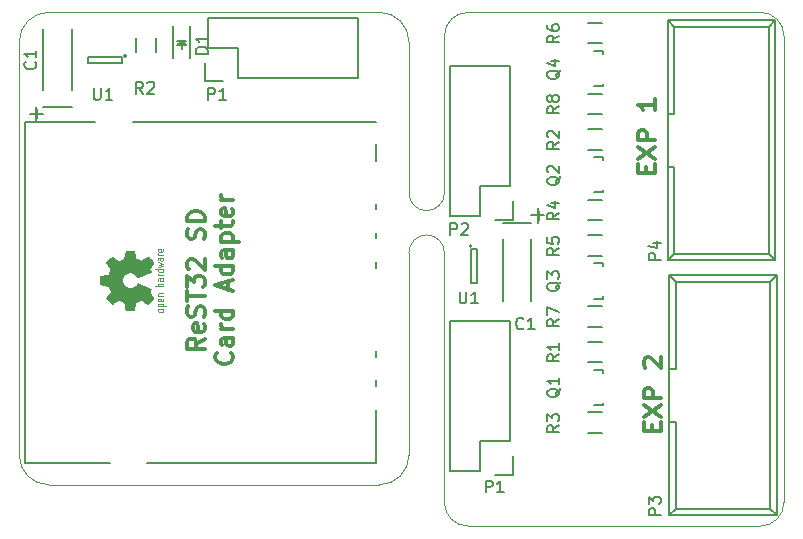
<source format=gto>
%TF.GenerationSoftware,KiCad,Pcbnew,4.0.2-stable*%
%TF.CreationDate,2016-07-29T00:42:35+02:00*%
%TF.ProjectId,combined,636F6D62696E65642E6B696361645F70,rev?*%
%TF.FileFunction,Legend,Top*%
%FSLAX46Y46*%
G04 Gerber Fmt 4.6, Leading zero omitted, Abs format (unit mm)*
G04 Created by KiCad (PCBNEW 4.0.2-stable) date 29.07.2016 00:42:35*
%MOMM*%
G01*
G04 APERTURE LIST*
%ADD10C,0.100000*%
%ADD11C,0.010000*%
%ADD12C,0.300000*%
%ADD13C,0.150000*%
%ADD14C,0.075000*%
%ADD15C,0.002540*%
G04 APERTURE END LIST*
D10*
D11*
X112250000Y-106000000D02*
X112250000Y-119300000D01*
X139000000Y-104000000D02*
X114250000Y-104000000D01*
X141000000Y-145500000D02*
X141000000Y-106000000D01*
X114250000Y-147500000D02*
X139000000Y-147500000D01*
X112250000Y-124350000D02*
X112250000Y-145500000D01*
X112250000Y-145500000D02*
G75*
G03X114250000Y-147500000I2000000J0D01*
G01*
X139000000Y-147500000D02*
G75*
G03X141000000Y-145500000I0J2000000D01*
G01*
X141000000Y-106000000D02*
G75*
G03X139000000Y-104000000I-2000000J0D01*
G01*
X114250000Y-104000000D02*
G75*
G03X112250000Y-106000000I0J-2000000D01*
G01*
X109250000Y-106500000D02*
X109250000Y-119300000D01*
X109250000Y-141500000D02*
X109250000Y-124350000D01*
X110750000Y-122850000D02*
G75*
G03X109250000Y-124350000I0J-1500000D01*
G01*
X112250000Y-124350000D02*
G75*
G03X110750000Y-122850000I-1500000J0D01*
G01*
X110750000Y-120800000D02*
G75*
G03X112250000Y-119300000I0J1500000D01*
G01*
X109250000Y-119300000D02*
G75*
G03X110750000Y-120800000I1500000J0D01*
G01*
D12*
X129836857Y-139439428D02*
X129836857Y-138939428D01*
X130622571Y-138725142D02*
X130622571Y-139439428D01*
X129122571Y-139439428D01*
X129122571Y-138725142D01*
X129122571Y-138225142D02*
X130622571Y-137225142D01*
X129122571Y-137225142D02*
X130622571Y-138225142D01*
X130622571Y-136653714D02*
X129122571Y-136653714D01*
X129122571Y-136082286D01*
X129194000Y-135939428D01*
X129265429Y-135868000D01*
X129408286Y-135796571D01*
X129622571Y-135796571D01*
X129765429Y-135868000D01*
X129836857Y-135939428D01*
X129908286Y-136082286D01*
X129908286Y-136653714D01*
X129265429Y-134082286D02*
X129194000Y-134010857D01*
X129122571Y-133868000D01*
X129122571Y-133510857D01*
X129194000Y-133368000D01*
X129265429Y-133296571D01*
X129408286Y-133225143D01*
X129551143Y-133225143D01*
X129765429Y-133296571D01*
X130622571Y-134153714D01*
X130622571Y-133225143D01*
X129328857Y-117595428D02*
X129328857Y-117095428D01*
X130114571Y-116881142D02*
X130114571Y-117595428D01*
X128614571Y-117595428D01*
X128614571Y-116881142D01*
X128614571Y-116381142D02*
X130114571Y-115381142D01*
X128614571Y-115381142D02*
X130114571Y-116381142D01*
X130114571Y-114809714D02*
X128614571Y-114809714D01*
X128614571Y-114238286D01*
X128686000Y-114095428D01*
X128757429Y-114024000D01*
X128900286Y-113952571D01*
X129114571Y-113952571D01*
X129257429Y-114024000D01*
X129328857Y-114095428D01*
X129400286Y-114238286D01*
X129400286Y-114809714D01*
X130114571Y-111381143D02*
X130114571Y-112238286D01*
X130114571Y-111809714D02*
X128614571Y-111809714D01*
X128828857Y-111952571D01*
X128971714Y-112095429D01*
X129043143Y-112238286D01*
X91958571Y-131622570D02*
X91244286Y-132122570D01*
X91958571Y-132479713D02*
X90458571Y-132479713D01*
X90458571Y-131908285D01*
X90530000Y-131765427D01*
X90601429Y-131693999D01*
X90744286Y-131622570D01*
X90958571Y-131622570D01*
X91101429Y-131693999D01*
X91172857Y-131765427D01*
X91244286Y-131908285D01*
X91244286Y-132479713D01*
X91887143Y-130408285D02*
X91958571Y-130551142D01*
X91958571Y-130836856D01*
X91887143Y-130979713D01*
X91744286Y-131051142D01*
X91172857Y-131051142D01*
X91030000Y-130979713D01*
X90958571Y-130836856D01*
X90958571Y-130551142D01*
X91030000Y-130408285D01*
X91172857Y-130336856D01*
X91315714Y-130336856D01*
X91458571Y-131051142D01*
X91887143Y-129765428D02*
X91958571Y-129551142D01*
X91958571Y-129193999D01*
X91887143Y-129051142D01*
X91815714Y-128979713D01*
X91672857Y-128908285D01*
X91530000Y-128908285D01*
X91387143Y-128979713D01*
X91315714Y-129051142D01*
X91244286Y-129193999D01*
X91172857Y-129479713D01*
X91101429Y-129622571D01*
X91030000Y-129693999D01*
X90887143Y-129765428D01*
X90744286Y-129765428D01*
X90601429Y-129693999D01*
X90530000Y-129622571D01*
X90458571Y-129479713D01*
X90458571Y-129122571D01*
X90530000Y-128908285D01*
X90458571Y-128479714D02*
X90458571Y-127622571D01*
X91958571Y-128051142D02*
X90458571Y-128051142D01*
X90458571Y-127265428D02*
X90458571Y-126336857D01*
X91030000Y-126836857D01*
X91030000Y-126622571D01*
X91101429Y-126479714D01*
X91172857Y-126408285D01*
X91315714Y-126336857D01*
X91672857Y-126336857D01*
X91815714Y-126408285D01*
X91887143Y-126479714D01*
X91958571Y-126622571D01*
X91958571Y-127051143D01*
X91887143Y-127194000D01*
X91815714Y-127265428D01*
X90601429Y-125765429D02*
X90530000Y-125694000D01*
X90458571Y-125551143D01*
X90458571Y-125194000D01*
X90530000Y-125051143D01*
X90601429Y-124979714D01*
X90744286Y-124908286D01*
X90887143Y-124908286D01*
X91101429Y-124979714D01*
X91958571Y-125836857D01*
X91958571Y-124908286D01*
X91887143Y-123194001D02*
X91958571Y-122979715D01*
X91958571Y-122622572D01*
X91887143Y-122479715D01*
X91815714Y-122408286D01*
X91672857Y-122336858D01*
X91530000Y-122336858D01*
X91387143Y-122408286D01*
X91315714Y-122479715D01*
X91244286Y-122622572D01*
X91172857Y-122908286D01*
X91101429Y-123051144D01*
X91030000Y-123122572D01*
X90887143Y-123194001D01*
X90744286Y-123194001D01*
X90601429Y-123122572D01*
X90530000Y-123051144D01*
X90458571Y-122908286D01*
X90458571Y-122551144D01*
X90530000Y-122336858D01*
X91958571Y-121694001D02*
X90458571Y-121694001D01*
X90458571Y-121336858D01*
X90530000Y-121122573D01*
X90672857Y-120979715D01*
X90815714Y-120908287D01*
X91101429Y-120836858D01*
X91315714Y-120836858D01*
X91601429Y-120908287D01*
X91744286Y-120979715D01*
X91887143Y-121122573D01*
X91958571Y-121336858D01*
X91958571Y-121694001D01*
X94215714Y-132836856D02*
X94287143Y-132908285D01*
X94358571Y-133122571D01*
X94358571Y-133265428D01*
X94287143Y-133479713D01*
X94144286Y-133622571D01*
X94001429Y-133693999D01*
X93715714Y-133765428D01*
X93501429Y-133765428D01*
X93215714Y-133693999D01*
X93072857Y-133622571D01*
X92930000Y-133479713D01*
X92858571Y-133265428D01*
X92858571Y-133122571D01*
X92930000Y-132908285D01*
X93001429Y-132836856D01*
X94358571Y-131551142D02*
X93572857Y-131551142D01*
X93430000Y-131622571D01*
X93358571Y-131765428D01*
X93358571Y-132051142D01*
X93430000Y-132193999D01*
X94287143Y-131551142D02*
X94358571Y-131693999D01*
X94358571Y-132051142D01*
X94287143Y-132193999D01*
X94144286Y-132265428D01*
X94001429Y-132265428D01*
X93858571Y-132193999D01*
X93787143Y-132051142D01*
X93787143Y-131693999D01*
X93715714Y-131551142D01*
X94358571Y-130836856D02*
X93358571Y-130836856D01*
X93644286Y-130836856D02*
X93501429Y-130765428D01*
X93430000Y-130693999D01*
X93358571Y-130551142D01*
X93358571Y-130408285D01*
X94358571Y-129265428D02*
X92858571Y-129265428D01*
X94287143Y-129265428D02*
X94358571Y-129408285D01*
X94358571Y-129693999D01*
X94287143Y-129836857D01*
X94215714Y-129908285D01*
X94072857Y-129979714D01*
X93644286Y-129979714D01*
X93501429Y-129908285D01*
X93430000Y-129836857D01*
X93358571Y-129693999D01*
X93358571Y-129408285D01*
X93430000Y-129265428D01*
X93930000Y-127479714D02*
X93930000Y-126765428D01*
X94358571Y-127622571D02*
X92858571Y-127122571D01*
X94358571Y-126622571D01*
X94358571Y-125479714D02*
X92858571Y-125479714D01*
X94287143Y-125479714D02*
X94358571Y-125622571D01*
X94358571Y-125908285D01*
X94287143Y-126051143D01*
X94215714Y-126122571D01*
X94072857Y-126194000D01*
X93644286Y-126194000D01*
X93501429Y-126122571D01*
X93430000Y-126051143D01*
X93358571Y-125908285D01*
X93358571Y-125622571D01*
X93430000Y-125479714D01*
X94358571Y-124122571D02*
X93572857Y-124122571D01*
X93430000Y-124194000D01*
X93358571Y-124336857D01*
X93358571Y-124622571D01*
X93430000Y-124765428D01*
X94287143Y-124122571D02*
X94358571Y-124265428D01*
X94358571Y-124622571D01*
X94287143Y-124765428D01*
X94144286Y-124836857D01*
X94001429Y-124836857D01*
X93858571Y-124765428D01*
X93787143Y-124622571D01*
X93787143Y-124265428D01*
X93715714Y-124122571D01*
X93358571Y-123408285D02*
X94858571Y-123408285D01*
X93430000Y-123408285D02*
X93358571Y-123265428D01*
X93358571Y-122979714D01*
X93430000Y-122836857D01*
X93501429Y-122765428D01*
X93644286Y-122693999D01*
X94072857Y-122693999D01*
X94215714Y-122765428D01*
X94287143Y-122836857D01*
X94358571Y-122979714D01*
X94358571Y-123265428D01*
X94287143Y-123408285D01*
X93358571Y-122265428D02*
X93358571Y-121693999D01*
X92858571Y-122051142D02*
X94144286Y-122051142D01*
X94287143Y-121979714D01*
X94358571Y-121836856D01*
X94358571Y-121693999D01*
X94287143Y-120622571D02*
X94358571Y-120765428D01*
X94358571Y-121051142D01*
X94287143Y-121193999D01*
X94144286Y-121265428D01*
X93572857Y-121265428D01*
X93430000Y-121193999D01*
X93358571Y-121051142D01*
X93358571Y-120765428D01*
X93430000Y-120622571D01*
X93572857Y-120551142D01*
X93715714Y-120551142D01*
X93858571Y-121265428D01*
X94358571Y-119908285D02*
X93358571Y-119908285D01*
X93644286Y-119908285D02*
X93501429Y-119836857D01*
X93430000Y-119765428D01*
X93358571Y-119622571D01*
X93358571Y-119479714D01*
D11*
X78750000Y-104000000D02*
X106750000Y-104000000D01*
X76250000Y-141500000D02*
X76250000Y-106500000D01*
X106750000Y-144000000D02*
X78750000Y-144000000D01*
X76250000Y-141500000D02*
G75*
G03X78750000Y-144000000I2500000J0D01*
G01*
X106750000Y-144000000D02*
G75*
G03X109250000Y-141500000I0J2500000D01*
G01*
X109250000Y-106500000D02*
G75*
G03X106750000Y-104000000I-2500000J0D01*
G01*
X78750000Y-104000000D02*
G75*
G03X76250000Y-106500000I0J-2500000D01*
G01*
D13*
X140280000Y-104670000D02*
X140280000Y-124990000D01*
X139730000Y-105210000D02*
X139730000Y-124430000D01*
X131180000Y-104670000D02*
X131180000Y-124990000D01*
X131730000Y-105210000D02*
X131730000Y-112580000D01*
X131730000Y-117080000D02*
X131730000Y-124430000D01*
X131730000Y-112580000D02*
X131180000Y-112580000D01*
X131730000Y-117080000D02*
X131180000Y-117080000D01*
X140280000Y-104670000D02*
X131180000Y-104670000D01*
X139730000Y-105210000D02*
X131730000Y-105210000D01*
X140280000Y-124990000D02*
X131180000Y-124990000D01*
X139730000Y-124430000D02*
X131730000Y-124430000D01*
X140280000Y-104670000D02*
X139730000Y-105210000D01*
X140280000Y-124990000D02*
X139730000Y-124430000D01*
X131180000Y-104670000D02*
X131730000Y-105210000D01*
X131180000Y-124990000D02*
X131730000Y-124430000D01*
X117201120Y-123200060D02*
X117201120Y-128401980D01*
X119598880Y-128401980D02*
X119598880Y-123200060D01*
X120698700Y-121201080D02*
X119598880Y-121201080D01*
X120198320Y-120601640D02*
X120198320Y-121800520D01*
X119598880Y-121805600D02*
X117201120Y-121805600D01*
X140380000Y-126270000D02*
X140380000Y-146590000D01*
X139830000Y-126810000D02*
X139830000Y-146030000D01*
X131280000Y-126270000D02*
X131280000Y-146590000D01*
X131830000Y-126810000D02*
X131830000Y-134180000D01*
X131830000Y-138680000D02*
X131830000Y-146030000D01*
X131830000Y-134180000D02*
X131280000Y-134180000D01*
X131830000Y-138680000D02*
X131280000Y-138680000D01*
X140380000Y-126270000D02*
X131280000Y-126270000D01*
X139830000Y-126810000D02*
X131830000Y-126810000D01*
X140380000Y-146590000D02*
X131280000Y-146590000D01*
X139830000Y-146030000D02*
X131830000Y-146030000D01*
X140380000Y-126270000D02*
X139830000Y-126810000D01*
X140380000Y-146590000D02*
X139830000Y-146030000D01*
X131280000Y-126270000D02*
X131830000Y-126810000D01*
X131280000Y-146590000D02*
X131830000Y-146030000D01*
X124949200Y-134250180D02*
X125650240Y-134250180D01*
X125650240Y-134250180D02*
X125650240Y-134499100D01*
X125650240Y-137049160D02*
X125650240Y-137249820D01*
X125650240Y-137249820D02*
X124949200Y-137249820D01*
X124949200Y-116250180D02*
X125650240Y-116250180D01*
X125650240Y-116250180D02*
X125650240Y-116499100D01*
X125650240Y-119049160D02*
X125650240Y-119249820D01*
X125650240Y-119249820D02*
X124949200Y-119249820D01*
X124949200Y-125250180D02*
X125650240Y-125250180D01*
X125650240Y-125250180D02*
X125650240Y-125499100D01*
X125650240Y-128049160D02*
X125650240Y-128249820D01*
X125650240Y-128249820D02*
X124949200Y-128249820D01*
X124949200Y-107250180D02*
X125650240Y-107250180D01*
X125650240Y-107250180D02*
X125650240Y-107499100D01*
X125650240Y-110049160D02*
X125650240Y-110249820D01*
X125650240Y-110249820D02*
X124949200Y-110249820D01*
X124400000Y-131875000D02*
X125600000Y-131875000D01*
X125600000Y-133625000D02*
X124400000Y-133625000D01*
X124400000Y-113875000D02*
X125600000Y-113875000D01*
X125600000Y-115625000D02*
X124400000Y-115625000D01*
X124400000Y-137875000D02*
X125600000Y-137875000D01*
X125600000Y-139625000D02*
X124400000Y-139625000D01*
X124400000Y-119875000D02*
X125600000Y-119875000D01*
X125600000Y-121625000D02*
X124400000Y-121625000D01*
X124400000Y-122875000D02*
X125600000Y-122875000D01*
X125600000Y-124625000D02*
X124400000Y-124625000D01*
X124400000Y-104875000D02*
X125600000Y-104875000D01*
X125600000Y-106625000D02*
X124400000Y-106625000D01*
X124400000Y-128875000D02*
X125600000Y-128875000D01*
X125600000Y-130625000D02*
X124400000Y-130625000D01*
X124400000Y-110875000D02*
X125600000Y-110875000D01*
X125600000Y-112625000D02*
X124400000Y-112625000D01*
X114550000Y-123800000D02*
G75*
G03X114550000Y-123800000I-100000J0D01*
G01*
X115000000Y-124050000D02*
X114500000Y-124050000D01*
X115000000Y-126950000D02*
X115000000Y-124050000D01*
X114500000Y-126950000D02*
X115000000Y-126950000D01*
X114500000Y-124050000D02*
X114500000Y-126950000D01*
X112690000Y-142870000D02*
X112690000Y-130170000D01*
X112690000Y-130170000D02*
X117770000Y-130170000D01*
X117770000Y-130170000D02*
X117770000Y-140330000D01*
X112690000Y-142870000D02*
X115230000Y-142870000D01*
X116500000Y-143150000D02*
X118050000Y-143150000D01*
X115230000Y-142870000D02*
X115230000Y-140330000D01*
X115230000Y-140330000D02*
X117770000Y-140330000D01*
X118050000Y-143150000D02*
X118050000Y-141600000D01*
X112690000Y-121270000D02*
X112690000Y-108570000D01*
X112690000Y-108570000D02*
X117770000Y-108570000D01*
X117770000Y-108570000D02*
X117770000Y-118730000D01*
X112690000Y-121270000D02*
X115230000Y-121270000D01*
X116500000Y-121550000D02*
X118050000Y-121550000D01*
X115230000Y-121270000D02*
X115230000Y-118730000D01*
X115230000Y-118730000D02*
X117770000Y-118730000D01*
X118050000Y-121550000D02*
X118050000Y-120000000D01*
X80698880Y-110600960D02*
X80698880Y-105399040D01*
X78301120Y-105399040D02*
X78301120Y-110600960D01*
X77201300Y-112599940D02*
X78301120Y-112599940D01*
X77701680Y-113199380D02*
X77701680Y-112000500D01*
X78301120Y-111995420D02*
X80698880Y-111995420D01*
X106500000Y-135150000D02*
X106500000Y-135650000D01*
X106500000Y-132650000D02*
X106500000Y-133150000D01*
X106500000Y-125150000D02*
X106500000Y-125650000D01*
X106500000Y-122650000D02*
X106500000Y-123150000D01*
X106500000Y-120250000D02*
X106500000Y-120650000D01*
X106500000Y-115150000D02*
X106500000Y-116550000D01*
X85900000Y-113250000D02*
X106500000Y-113250000D01*
X87100000Y-142150000D02*
X106500000Y-142150000D01*
X106500000Y-142150000D02*
X106500000Y-137650000D01*
X76700000Y-142150000D02*
X76700000Y-113250000D01*
X76700000Y-113250000D02*
X82700000Y-113250000D01*
X76700000Y-142150000D02*
X83900000Y-142150000D01*
X92230000Y-104440000D02*
X104930000Y-104440000D01*
X104930000Y-104440000D02*
X104930000Y-109520000D01*
X104930000Y-109520000D02*
X94770000Y-109520000D01*
X92230000Y-104440000D02*
X92230000Y-106980000D01*
X91950000Y-108250000D02*
X91950000Y-109800000D01*
X92230000Y-106980000D02*
X94770000Y-106980000D01*
X94770000Y-106980000D02*
X94770000Y-109520000D01*
X91950000Y-109800000D02*
X93500000Y-109800000D01*
X86125000Y-107350000D02*
X86125000Y-106150000D01*
X87875000Y-106150000D02*
X87875000Y-107350000D01*
X85300000Y-107700000D02*
G75*
G03X85300000Y-107700000I-100000J0D01*
G01*
X84950000Y-108250000D02*
X84950000Y-107750000D01*
X82050000Y-108250000D02*
X84950000Y-108250000D01*
X82050000Y-107750000D02*
X82050000Y-108250000D01*
X84950000Y-107750000D02*
X82050000Y-107750000D01*
D14*
X87988000Y-124534000D02*
X88448000Y-124534000D01*
X87988000Y-124444000D02*
X87988000Y-124394000D01*
X88018000Y-124494000D02*
X87988000Y-124444000D01*
X88038000Y-124514000D02*
X88018000Y-124494000D01*
X88108000Y-124534000D02*
X88038000Y-124514000D01*
X88448000Y-124094000D02*
X88418000Y-124044000D01*
X88448000Y-124194000D02*
X88448000Y-124094000D01*
X88418000Y-124234000D02*
X88448000Y-124194000D01*
X88348000Y-124254000D02*
X88418000Y-124234000D01*
X88078000Y-124254000D02*
X88348000Y-124254000D01*
X88018000Y-124224000D02*
X88078000Y-124254000D01*
X87988000Y-124184000D02*
X88018000Y-124224000D01*
X87988000Y-124084000D02*
X87988000Y-124184000D01*
X88028000Y-124044000D02*
X87988000Y-124084000D01*
X88098000Y-124024000D02*
X88028000Y-124044000D01*
X88218000Y-124024000D02*
X88098000Y-124024000D01*
X88218000Y-124024000D02*
X88218000Y-124254000D01*
X88078000Y-124774000D02*
X88448000Y-124774000D01*
X88018000Y-124804000D02*
X88078000Y-124774000D01*
X87988000Y-124844000D02*
X88018000Y-124804000D01*
X87988000Y-124944000D02*
X87988000Y-124844000D01*
X88018000Y-124994000D02*
X87988000Y-124944000D01*
X88178000Y-124934000D02*
X88208000Y-124984000D01*
X88178000Y-124814000D02*
X88178000Y-124934000D01*
X88148000Y-124774000D02*
X88178000Y-124814000D01*
X88448000Y-124824000D02*
X88408000Y-124774000D01*
X88448000Y-124944000D02*
X88448000Y-124824000D01*
X88408000Y-124994000D02*
X88448000Y-124944000D01*
X88348000Y-125014000D02*
X88408000Y-124994000D01*
X88278000Y-125014000D02*
X88348000Y-125014000D01*
X88208000Y-124984000D02*
X88278000Y-125014000D01*
X87988000Y-125564000D02*
X88448000Y-125464000D01*
X88448000Y-125464000D02*
X88108000Y-125374000D01*
X88108000Y-125374000D02*
X88448000Y-125274000D01*
X88448000Y-125274000D02*
X87988000Y-125174000D01*
X88418000Y-125754000D02*
X88448000Y-125794000D01*
X88448000Y-125794000D02*
X88448000Y-125904000D01*
X88448000Y-125904000D02*
X88418000Y-125944000D01*
X88418000Y-125944000D02*
X88388000Y-125964000D01*
X88388000Y-125964000D02*
X88318000Y-125994000D01*
X88318000Y-125994000D02*
X88118000Y-125994000D01*
X88118000Y-125994000D02*
X88048000Y-125964000D01*
X88048000Y-125964000D02*
X88018000Y-125944000D01*
X88018000Y-125944000D02*
X87978000Y-125884000D01*
X87978000Y-125884000D02*
X87978000Y-125814000D01*
X87978000Y-125814000D02*
X88018000Y-125754000D01*
X87748000Y-125754000D02*
X88448000Y-125754000D01*
X88108000Y-126274000D02*
X88038000Y-126254000D01*
X88038000Y-126254000D02*
X88018000Y-126234000D01*
X88018000Y-126234000D02*
X87988000Y-126184000D01*
X87988000Y-126184000D02*
X87988000Y-126134000D01*
X87988000Y-126274000D02*
X88448000Y-126274000D01*
X88208000Y-126724000D02*
X88278000Y-126754000D01*
X88278000Y-126754000D02*
X88348000Y-126754000D01*
X88348000Y-126754000D02*
X88408000Y-126734000D01*
X88408000Y-126734000D02*
X88448000Y-126684000D01*
X88448000Y-126684000D02*
X88448000Y-126564000D01*
X88448000Y-126564000D02*
X88408000Y-126514000D01*
X88148000Y-126514000D02*
X88178000Y-126554000D01*
X88178000Y-126554000D02*
X88178000Y-126674000D01*
X88178000Y-126674000D02*
X88208000Y-126724000D01*
X88018000Y-126734000D02*
X87988000Y-126684000D01*
X87988000Y-126684000D02*
X87988000Y-126584000D01*
X87988000Y-126584000D02*
X88018000Y-126544000D01*
X88018000Y-126544000D02*
X88078000Y-126514000D01*
X88078000Y-126514000D02*
X88448000Y-126514000D01*
X88058000Y-127184000D02*
X88018000Y-127164000D01*
X88018000Y-127164000D02*
X87988000Y-127114000D01*
X87988000Y-127114000D02*
X87988000Y-127034000D01*
X87988000Y-127034000D02*
X88018000Y-126994000D01*
X88018000Y-126994000D02*
X88078000Y-126974000D01*
X88078000Y-126974000D02*
X88448000Y-126974000D01*
X87748000Y-127184000D02*
X88448000Y-127184000D01*
X88218000Y-128234000D02*
X88218000Y-128464000D01*
X88048000Y-128014000D02*
X88018000Y-127994000D01*
X88018000Y-127994000D02*
X87988000Y-127954000D01*
X87988000Y-127954000D02*
X87988000Y-127864000D01*
X87988000Y-127864000D02*
X88018000Y-127824000D01*
X88018000Y-127824000D02*
X88078000Y-127804000D01*
X88078000Y-127804000D02*
X88448000Y-127804000D01*
X87988000Y-128014000D02*
X88448000Y-128014000D01*
X88218000Y-128234000D02*
X88098000Y-128234000D01*
X88098000Y-128234000D02*
X88028000Y-128254000D01*
X88028000Y-128254000D02*
X87988000Y-128294000D01*
X87988000Y-128294000D02*
X87988000Y-128394000D01*
X87988000Y-128394000D02*
X88018000Y-128434000D01*
X88018000Y-128434000D02*
X88078000Y-128464000D01*
X88078000Y-128464000D02*
X88348000Y-128464000D01*
X88348000Y-128464000D02*
X88418000Y-128444000D01*
X88418000Y-128444000D02*
X88448000Y-128404000D01*
X88448000Y-128404000D02*
X88448000Y-128304000D01*
X88448000Y-128304000D02*
X88418000Y-128254000D01*
X88018000Y-128894000D02*
X87988000Y-128854000D01*
X87988000Y-128854000D02*
X87988000Y-128754000D01*
X87988000Y-128754000D02*
X88018000Y-128714000D01*
X88018000Y-128714000D02*
X88048000Y-128684000D01*
X88048000Y-128684000D02*
X88108000Y-128664000D01*
X88108000Y-128664000D02*
X88328000Y-128664000D01*
X88328000Y-128664000D02*
X88388000Y-128684000D01*
X88388000Y-128684000D02*
X88418000Y-128704000D01*
X88418000Y-128704000D02*
X88448000Y-128744000D01*
X88448000Y-128744000D02*
X88448000Y-128844000D01*
X88448000Y-128844000D02*
X88418000Y-128894000D01*
X88688000Y-128894000D02*
X87988000Y-128894000D01*
X87988000Y-129204000D02*
X87988000Y-129284000D01*
X87988000Y-129284000D02*
X88018000Y-129324000D01*
X88018000Y-129324000D02*
X88048000Y-129344000D01*
X88048000Y-129344000D02*
X88118000Y-129374000D01*
X88448000Y-129284000D02*
X88448000Y-129204000D01*
X88448000Y-129204000D02*
X88418000Y-129154000D01*
X88418000Y-129154000D02*
X88388000Y-129134000D01*
X88388000Y-129134000D02*
X88318000Y-129114000D01*
X88318000Y-129114000D02*
X88118000Y-129114000D01*
X88118000Y-129114000D02*
X88058000Y-129134000D01*
X88058000Y-129134000D02*
X88028000Y-129154000D01*
X88028000Y-129154000D02*
X87988000Y-129204000D01*
X88118000Y-129374000D02*
X88318000Y-129374000D01*
X88318000Y-129374000D02*
X88378000Y-129354000D01*
X88378000Y-129354000D02*
X88408000Y-129334000D01*
X88408000Y-129334000D02*
X88448000Y-129284000D01*
D15*
G36*
X87613360Y-128207840D02*
X87598120Y-128182440D01*
X87562560Y-128124020D01*
X87506680Y-128040200D01*
X87440640Y-127941140D01*
X87374600Y-127842080D01*
X87321260Y-127760800D01*
X87283160Y-127704920D01*
X87270460Y-127679520D01*
X87275540Y-127666820D01*
X87298400Y-127621100D01*
X87333960Y-127552520D01*
X87354280Y-127511880D01*
X87379680Y-127450920D01*
X87387300Y-127417900D01*
X87377140Y-127412820D01*
X87328880Y-127389960D01*
X87247600Y-127354400D01*
X87138380Y-127308680D01*
X87011380Y-127252800D01*
X86876760Y-127196920D01*
X86737060Y-127138500D01*
X86602440Y-127082620D01*
X86483060Y-127034360D01*
X86386540Y-126993720D01*
X86317960Y-126968320D01*
X86290020Y-126958160D01*
X86282400Y-126960700D01*
X86251920Y-126993720D01*
X86211280Y-127047060D01*
X86114760Y-127166440D01*
X85969980Y-127283280D01*
X85804880Y-127354400D01*
X85619460Y-127377260D01*
X85449280Y-127356940D01*
X85286720Y-127290900D01*
X85139400Y-127176600D01*
X85030180Y-127036900D01*
X84961600Y-126874340D01*
X84938740Y-126694000D01*
X84959060Y-126521280D01*
X85025100Y-126353640D01*
X85136860Y-126206320D01*
X85207980Y-126142820D01*
X85357840Y-126056460D01*
X85515320Y-126008200D01*
X85555960Y-126003120D01*
X85731220Y-126010740D01*
X85901400Y-126061540D01*
X86051260Y-126155520D01*
X86175720Y-126285060D01*
X86185880Y-126300300D01*
X86231600Y-126358720D01*
X86262080Y-126399360D01*
X86287480Y-126429840D01*
X86825960Y-126206320D01*
X86909780Y-126170760D01*
X87057100Y-126109800D01*
X87184100Y-126056460D01*
X87285700Y-126013280D01*
X87351740Y-125982800D01*
X87379680Y-125970100D01*
X87382220Y-125970100D01*
X87384760Y-125949780D01*
X87369520Y-125909140D01*
X87333960Y-125832940D01*
X87308560Y-125784680D01*
X87280620Y-125726260D01*
X87270460Y-125700860D01*
X87283160Y-125678000D01*
X87318720Y-125624660D01*
X87372060Y-125543380D01*
X87435560Y-125446860D01*
X87499060Y-125355420D01*
X87554940Y-125271600D01*
X87593040Y-125210640D01*
X87610820Y-125180160D01*
X87610820Y-125175080D01*
X87595580Y-125149680D01*
X87554940Y-125101420D01*
X87486360Y-125027760D01*
X87382220Y-124923620D01*
X87366980Y-124908380D01*
X87280620Y-124822020D01*
X87206960Y-124753440D01*
X87156160Y-124707720D01*
X87133300Y-124689940D01*
X87133300Y-124689940D01*
X87102820Y-124705180D01*
X87041860Y-124743280D01*
X86955500Y-124799160D01*
X86856440Y-124867740D01*
X86597360Y-125045540D01*
X86353520Y-124949020D01*
X86277320Y-124918540D01*
X86188420Y-124880440D01*
X86122380Y-124852500D01*
X86094440Y-124837260D01*
X86084280Y-124811860D01*
X86069040Y-124743280D01*
X86048720Y-124646760D01*
X86028400Y-124532460D01*
X86008080Y-124420700D01*
X85987760Y-124321640D01*
X85975060Y-124250520D01*
X85967440Y-124217500D01*
X85962360Y-124209880D01*
X85947120Y-124202260D01*
X85914100Y-124199720D01*
X85853140Y-124197180D01*
X85759160Y-124194640D01*
X85619460Y-124194640D01*
X85604220Y-124194640D01*
X85474680Y-124197180D01*
X85368000Y-124199720D01*
X85301960Y-124202260D01*
X85274020Y-124207340D01*
X85274020Y-124207340D01*
X85266400Y-124237820D01*
X85251160Y-124308940D01*
X85233380Y-124408000D01*
X85210520Y-124527380D01*
X85207980Y-124535000D01*
X85185120Y-124651840D01*
X85164800Y-124750900D01*
X85149560Y-124822020D01*
X85139400Y-124849960D01*
X85131780Y-124857580D01*
X85086060Y-124880440D01*
X85012400Y-124913460D01*
X84923500Y-124954100D01*
X84829520Y-124992200D01*
X84745700Y-125025220D01*
X84684740Y-125048080D01*
X84656800Y-125055700D01*
X84654260Y-125053160D01*
X84626320Y-125035380D01*
X84565360Y-124994740D01*
X84481540Y-124938860D01*
X84379940Y-124870280D01*
X84372320Y-124865200D01*
X84273260Y-124796620D01*
X84186900Y-124740740D01*
X84128480Y-124705180D01*
X84100540Y-124689940D01*
X84098000Y-124689940D01*
X84067520Y-124712800D01*
X84011640Y-124763600D01*
X83935440Y-124837260D01*
X83846540Y-124923620D01*
X83821140Y-124951560D01*
X83724620Y-125050620D01*
X83663660Y-125116660D01*
X83630640Y-125159840D01*
X83623020Y-125180160D01*
X83623020Y-125180160D01*
X83640800Y-125210640D01*
X83681440Y-125274140D01*
X83739860Y-125357960D01*
X83808440Y-125459560D01*
X83813520Y-125467180D01*
X83882100Y-125566240D01*
X83937980Y-125650060D01*
X83978620Y-125708480D01*
X83993860Y-125736420D01*
X83993860Y-125738960D01*
X83981160Y-125779600D01*
X83955760Y-125850720D01*
X83922740Y-125939620D01*
X83884640Y-126031060D01*
X83849080Y-126114880D01*
X83821140Y-126178380D01*
X83803360Y-126208860D01*
X83803360Y-126208860D01*
X83767800Y-126219020D01*
X83691600Y-126236800D01*
X83590000Y-126257120D01*
X83468080Y-126282520D01*
X83447760Y-126285060D01*
X83328380Y-126307920D01*
X83229320Y-126325700D01*
X83160740Y-126340940D01*
X83132800Y-126348560D01*
X83130260Y-126363800D01*
X83125180Y-126422220D01*
X83122640Y-126511120D01*
X83122640Y-126620340D01*
X83122640Y-126732100D01*
X83125180Y-126841320D01*
X83127720Y-126935300D01*
X83132800Y-127003880D01*
X83137880Y-127031820D01*
X83140420Y-127031820D01*
X83178520Y-127041980D01*
X83252180Y-127059760D01*
X83356320Y-127080080D01*
X83478240Y-127102940D01*
X83501100Y-127108020D01*
X83617940Y-127130880D01*
X83717000Y-127151200D01*
X83783040Y-127163900D01*
X83810980Y-127171520D01*
X83816060Y-127184220D01*
X83836380Y-127232480D01*
X83869400Y-127311220D01*
X83910040Y-127410280D01*
X84001480Y-127638880D01*
X83810980Y-127920820D01*
X83793200Y-127946220D01*
X83724620Y-128047820D01*
X83668740Y-128129100D01*
X83630640Y-128187520D01*
X83617940Y-128210380D01*
X83617940Y-128212920D01*
X83643340Y-128240860D01*
X83696680Y-128296740D01*
X83770340Y-128372940D01*
X83856700Y-128461840D01*
X83922740Y-128525340D01*
X84001480Y-128604080D01*
X84054820Y-128652340D01*
X84087840Y-128680280D01*
X84108160Y-128687900D01*
X84123400Y-128685360D01*
X84151340Y-128667580D01*
X84212300Y-128626940D01*
X84298660Y-128568520D01*
X84397720Y-128499940D01*
X84481540Y-128444060D01*
X84575520Y-128383100D01*
X84641560Y-128345000D01*
X84674580Y-128329760D01*
X84687280Y-128334840D01*
X84743160Y-128352620D01*
X84826980Y-128388180D01*
X84926040Y-128428820D01*
X85147020Y-128527880D01*
X85174960Y-128672660D01*
X85192740Y-128761560D01*
X85215600Y-128883480D01*
X85238460Y-129002860D01*
X85274020Y-129185740D01*
X85949660Y-129193360D01*
X85962360Y-129165420D01*
X85969980Y-129137480D01*
X85985220Y-129068900D01*
X86005540Y-128972380D01*
X86025860Y-128855540D01*
X86043640Y-128759020D01*
X86063960Y-128659960D01*
X86076660Y-128588840D01*
X86084280Y-128558360D01*
X86094440Y-128548200D01*
X86142700Y-128525340D01*
X86218900Y-128489780D01*
X86310340Y-128449140D01*
X86404320Y-128411040D01*
X86493220Y-128375480D01*
X86559260Y-128352620D01*
X86592280Y-128342460D01*
X86620220Y-128355160D01*
X86678640Y-128393260D01*
X86759920Y-128446600D01*
X86858980Y-128515180D01*
X86955500Y-128581220D01*
X87039320Y-128639640D01*
X87100280Y-128677740D01*
X87128220Y-128695520D01*
X87146000Y-128685360D01*
X87194260Y-128647260D01*
X87270460Y-128573600D01*
X87379680Y-128461840D01*
X87397460Y-128444060D01*
X87481280Y-128357700D01*
X87549860Y-128284040D01*
X87595580Y-128230700D01*
X87613360Y-128207840D01*
X87613360Y-128207840D01*
G37*
X87613360Y-128207840D02*
X87598120Y-128182440D01*
X87562560Y-128124020D01*
X87506680Y-128040200D01*
X87440640Y-127941140D01*
X87374600Y-127842080D01*
X87321260Y-127760800D01*
X87283160Y-127704920D01*
X87270460Y-127679520D01*
X87275540Y-127666820D01*
X87298400Y-127621100D01*
X87333960Y-127552520D01*
X87354280Y-127511880D01*
X87379680Y-127450920D01*
X87387300Y-127417900D01*
X87377140Y-127412820D01*
X87328880Y-127389960D01*
X87247600Y-127354400D01*
X87138380Y-127308680D01*
X87011380Y-127252800D01*
X86876760Y-127196920D01*
X86737060Y-127138500D01*
X86602440Y-127082620D01*
X86483060Y-127034360D01*
X86386540Y-126993720D01*
X86317960Y-126968320D01*
X86290020Y-126958160D01*
X86282400Y-126960700D01*
X86251920Y-126993720D01*
X86211280Y-127047060D01*
X86114760Y-127166440D01*
X85969980Y-127283280D01*
X85804880Y-127354400D01*
X85619460Y-127377260D01*
X85449280Y-127356940D01*
X85286720Y-127290900D01*
X85139400Y-127176600D01*
X85030180Y-127036900D01*
X84961600Y-126874340D01*
X84938740Y-126694000D01*
X84959060Y-126521280D01*
X85025100Y-126353640D01*
X85136860Y-126206320D01*
X85207980Y-126142820D01*
X85357840Y-126056460D01*
X85515320Y-126008200D01*
X85555960Y-126003120D01*
X85731220Y-126010740D01*
X85901400Y-126061540D01*
X86051260Y-126155520D01*
X86175720Y-126285060D01*
X86185880Y-126300300D01*
X86231600Y-126358720D01*
X86262080Y-126399360D01*
X86287480Y-126429840D01*
X86825960Y-126206320D01*
X86909780Y-126170760D01*
X87057100Y-126109800D01*
X87184100Y-126056460D01*
X87285700Y-126013280D01*
X87351740Y-125982800D01*
X87379680Y-125970100D01*
X87382220Y-125970100D01*
X87384760Y-125949780D01*
X87369520Y-125909140D01*
X87333960Y-125832940D01*
X87308560Y-125784680D01*
X87280620Y-125726260D01*
X87270460Y-125700860D01*
X87283160Y-125678000D01*
X87318720Y-125624660D01*
X87372060Y-125543380D01*
X87435560Y-125446860D01*
X87499060Y-125355420D01*
X87554940Y-125271600D01*
X87593040Y-125210640D01*
X87610820Y-125180160D01*
X87610820Y-125175080D01*
X87595580Y-125149680D01*
X87554940Y-125101420D01*
X87486360Y-125027760D01*
X87382220Y-124923620D01*
X87366980Y-124908380D01*
X87280620Y-124822020D01*
X87206960Y-124753440D01*
X87156160Y-124707720D01*
X87133300Y-124689940D01*
X87133300Y-124689940D01*
X87102820Y-124705180D01*
X87041860Y-124743280D01*
X86955500Y-124799160D01*
X86856440Y-124867740D01*
X86597360Y-125045540D01*
X86353520Y-124949020D01*
X86277320Y-124918540D01*
X86188420Y-124880440D01*
X86122380Y-124852500D01*
X86094440Y-124837260D01*
X86084280Y-124811860D01*
X86069040Y-124743280D01*
X86048720Y-124646760D01*
X86028400Y-124532460D01*
X86008080Y-124420700D01*
X85987760Y-124321640D01*
X85975060Y-124250520D01*
X85967440Y-124217500D01*
X85962360Y-124209880D01*
X85947120Y-124202260D01*
X85914100Y-124199720D01*
X85853140Y-124197180D01*
X85759160Y-124194640D01*
X85619460Y-124194640D01*
X85604220Y-124194640D01*
X85474680Y-124197180D01*
X85368000Y-124199720D01*
X85301960Y-124202260D01*
X85274020Y-124207340D01*
X85274020Y-124207340D01*
X85266400Y-124237820D01*
X85251160Y-124308940D01*
X85233380Y-124408000D01*
X85210520Y-124527380D01*
X85207980Y-124535000D01*
X85185120Y-124651840D01*
X85164800Y-124750900D01*
X85149560Y-124822020D01*
X85139400Y-124849960D01*
X85131780Y-124857580D01*
X85086060Y-124880440D01*
X85012400Y-124913460D01*
X84923500Y-124954100D01*
X84829520Y-124992200D01*
X84745700Y-125025220D01*
X84684740Y-125048080D01*
X84656800Y-125055700D01*
X84654260Y-125053160D01*
X84626320Y-125035380D01*
X84565360Y-124994740D01*
X84481540Y-124938860D01*
X84379940Y-124870280D01*
X84372320Y-124865200D01*
X84273260Y-124796620D01*
X84186900Y-124740740D01*
X84128480Y-124705180D01*
X84100540Y-124689940D01*
X84098000Y-124689940D01*
X84067520Y-124712800D01*
X84011640Y-124763600D01*
X83935440Y-124837260D01*
X83846540Y-124923620D01*
X83821140Y-124951560D01*
X83724620Y-125050620D01*
X83663660Y-125116660D01*
X83630640Y-125159840D01*
X83623020Y-125180160D01*
X83623020Y-125180160D01*
X83640800Y-125210640D01*
X83681440Y-125274140D01*
X83739860Y-125357960D01*
X83808440Y-125459560D01*
X83813520Y-125467180D01*
X83882100Y-125566240D01*
X83937980Y-125650060D01*
X83978620Y-125708480D01*
X83993860Y-125736420D01*
X83993860Y-125738960D01*
X83981160Y-125779600D01*
X83955760Y-125850720D01*
X83922740Y-125939620D01*
X83884640Y-126031060D01*
X83849080Y-126114880D01*
X83821140Y-126178380D01*
X83803360Y-126208860D01*
X83803360Y-126208860D01*
X83767800Y-126219020D01*
X83691600Y-126236800D01*
X83590000Y-126257120D01*
X83468080Y-126282520D01*
X83447760Y-126285060D01*
X83328380Y-126307920D01*
X83229320Y-126325700D01*
X83160740Y-126340940D01*
X83132800Y-126348560D01*
X83130260Y-126363800D01*
X83125180Y-126422220D01*
X83122640Y-126511120D01*
X83122640Y-126620340D01*
X83122640Y-126732100D01*
X83125180Y-126841320D01*
X83127720Y-126935300D01*
X83132800Y-127003880D01*
X83137880Y-127031820D01*
X83140420Y-127031820D01*
X83178520Y-127041980D01*
X83252180Y-127059760D01*
X83356320Y-127080080D01*
X83478240Y-127102940D01*
X83501100Y-127108020D01*
X83617940Y-127130880D01*
X83717000Y-127151200D01*
X83783040Y-127163900D01*
X83810980Y-127171520D01*
X83816060Y-127184220D01*
X83836380Y-127232480D01*
X83869400Y-127311220D01*
X83910040Y-127410280D01*
X84001480Y-127638880D01*
X83810980Y-127920820D01*
X83793200Y-127946220D01*
X83724620Y-128047820D01*
X83668740Y-128129100D01*
X83630640Y-128187520D01*
X83617940Y-128210380D01*
X83617940Y-128212920D01*
X83643340Y-128240860D01*
X83696680Y-128296740D01*
X83770340Y-128372940D01*
X83856700Y-128461840D01*
X83922740Y-128525340D01*
X84001480Y-128604080D01*
X84054820Y-128652340D01*
X84087840Y-128680280D01*
X84108160Y-128687900D01*
X84123400Y-128685360D01*
X84151340Y-128667580D01*
X84212300Y-128626940D01*
X84298660Y-128568520D01*
X84397720Y-128499940D01*
X84481540Y-128444060D01*
X84575520Y-128383100D01*
X84641560Y-128345000D01*
X84674580Y-128329760D01*
X84687280Y-128334840D01*
X84743160Y-128352620D01*
X84826980Y-128388180D01*
X84926040Y-128428820D01*
X85147020Y-128527880D01*
X85174960Y-128672660D01*
X85192740Y-128761560D01*
X85215600Y-128883480D01*
X85238460Y-129002860D01*
X85274020Y-129185740D01*
X85949660Y-129193360D01*
X85962360Y-129165420D01*
X85969980Y-129137480D01*
X85985220Y-129068900D01*
X86005540Y-128972380D01*
X86025860Y-128855540D01*
X86043640Y-128759020D01*
X86063960Y-128659960D01*
X86076660Y-128588840D01*
X86084280Y-128558360D01*
X86094440Y-128548200D01*
X86142700Y-128525340D01*
X86218900Y-128489780D01*
X86310340Y-128449140D01*
X86404320Y-128411040D01*
X86493220Y-128375480D01*
X86559260Y-128352620D01*
X86592280Y-128342460D01*
X86620220Y-128355160D01*
X86678640Y-128393260D01*
X86759920Y-128446600D01*
X86858980Y-128515180D01*
X86955500Y-128581220D01*
X87039320Y-128639640D01*
X87100280Y-128677740D01*
X87128220Y-128695520D01*
X87146000Y-128685360D01*
X87194260Y-128647260D01*
X87270460Y-128573600D01*
X87379680Y-128461840D01*
X87397460Y-128444060D01*
X87481280Y-128357700D01*
X87549860Y-128284040D01*
X87595580Y-128230700D01*
X87613360Y-128207840D01*
D13*
X89250000Y-105150000D02*
X89250000Y-107850000D01*
X90750000Y-105150000D02*
X90750000Y-107850000D01*
X89850000Y-106650000D02*
X90100000Y-106650000D01*
X90100000Y-106650000D02*
X89950000Y-106500000D01*
X90350000Y-106400000D02*
X89650000Y-106400000D01*
X90000000Y-106750000D02*
X90000000Y-107100000D01*
X90000000Y-106400000D02*
X90350000Y-106750000D01*
X90350000Y-106750000D02*
X89650000Y-106750000D01*
X89650000Y-106750000D02*
X90000000Y-106400000D01*
X130552381Y-124938095D02*
X129552381Y-124938095D01*
X129552381Y-124557142D01*
X129600000Y-124461904D01*
X129647619Y-124414285D01*
X129742857Y-124366666D01*
X129885714Y-124366666D01*
X129980952Y-124414285D01*
X130028571Y-124461904D01*
X130076190Y-124557142D01*
X130076190Y-124938095D01*
X129885714Y-123509523D02*
X130552381Y-123509523D01*
X129504762Y-123747619D02*
X130219048Y-123985714D01*
X130219048Y-123366666D01*
X118933334Y-130757143D02*
X118885715Y-130804762D01*
X118742858Y-130852381D01*
X118647620Y-130852381D01*
X118504762Y-130804762D01*
X118409524Y-130709524D01*
X118361905Y-130614286D01*
X118314286Y-130423810D01*
X118314286Y-130280952D01*
X118361905Y-130090476D01*
X118409524Y-129995238D01*
X118504762Y-129900000D01*
X118647620Y-129852381D01*
X118742858Y-129852381D01*
X118885715Y-129900000D01*
X118933334Y-129947619D01*
X119885715Y-130852381D02*
X119314286Y-130852381D01*
X119600000Y-130852381D02*
X119600000Y-129852381D01*
X119504762Y-129995238D01*
X119409524Y-130090476D01*
X119314286Y-130138095D01*
X120272289Y-121582032D02*
X120272289Y-120820127D01*
X120653241Y-121201079D02*
X119891336Y-121201079D01*
X130552381Y-146538095D02*
X129552381Y-146538095D01*
X129552381Y-146157142D01*
X129600000Y-146061904D01*
X129647619Y-146014285D01*
X129742857Y-145966666D01*
X129885714Y-145966666D01*
X129980952Y-146014285D01*
X130028571Y-146061904D01*
X130076190Y-146157142D01*
X130076190Y-146538095D01*
X129552381Y-145633333D02*
X129552381Y-145014285D01*
X129933333Y-145347619D01*
X129933333Y-145204761D01*
X129980952Y-145109523D01*
X130028571Y-145061904D01*
X130123810Y-145014285D01*
X130361905Y-145014285D01*
X130457143Y-145061904D01*
X130504762Y-145109523D01*
X130552381Y-145204761D01*
X130552381Y-145490476D01*
X130504762Y-145585714D01*
X130457143Y-145633333D01*
X122047619Y-135845238D02*
X122000000Y-135940476D01*
X121904762Y-136035714D01*
X121761905Y-136178571D01*
X121714286Y-136273810D01*
X121714286Y-136369048D01*
X121952381Y-136321429D02*
X121904762Y-136416667D01*
X121809524Y-136511905D01*
X121619048Y-136559524D01*
X121285714Y-136559524D01*
X121095238Y-136511905D01*
X121000000Y-136416667D01*
X120952381Y-136321429D01*
X120952381Y-136130952D01*
X121000000Y-136035714D01*
X121095238Y-135940476D01*
X121285714Y-135892857D01*
X121619048Y-135892857D01*
X121809524Y-135940476D01*
X121904762Y-136035714D01*
X121952381Y-136130952D01*
X121952381Y-136321429D01*
X121952381Y-134940476D02*
X121952381Y-135511905D01*
X121952381Y-135226191D02*
X120952381Y-135226191D01*
X121095238Y-135321429D01*
X121190476Y-135416667D01*
X121238095Y-135511905D01*
X122047619Y-117895238D02*
X122000000Y-117990476D01*
X121904762Y-118085714D01*
X121761905Y-118228571D01*
X121714286Y-118323810D01*
X121714286Y-118419048D01*
X121952381Y-118371429D02*
X121904762Y-118466667D01*
X121809524Y-118561905D01*
X121619048Y-118609524D01*
X121285714Y-118609524D01*
X121095238Y-118561905D01*
X121000000Y-118466667D01*
X120952381Y-118371429D01*
X120952381Y-118180952D01*
X121000000Y-118085714D01*
X121095238Y-117990476D01*
X121285714Y-117942857D01*
X121619048Y-117942857D01*
X121809524Y-117990476D01*
X121904762Y-118085714D01*
X121952381Y-118180952D01*
X121952381Y-118371429D01*
X121047619Y-117561905D02*
X121000000Y-117514286D01*
X120952381Y-117419048D01*
X120952381Y-117180952D01*
X121000000Y-117085714D01*
X121047619Y-117038095D01*
X121142857Y-116990476D01*
X121238095Y-116990476D01*
X121380952Y-117038095D01*
X121952381Y-117609524D01*
X121952381Y-116990476D01*
X122047619Y-126845238D02*
X122000000Y-126940476D01*
X121904762Y-127035714D01*
X121761905Y-127178571D01*
X121714286Y-127273810D01*
X121714286Y-127369048D01*
X121952381Y-127321429D02*
X121904762Y-127416667D01*
X121809524Y-127511905D01*
X121619048Y-127559524D01*
X121285714Y-127559524D01*
X121095238Y-127511905D01*
X121000000Y-127416667D01*
X120952381Y-127321429D01*
X120952381Y-127130952D01*
X121000000Y-127035714D01*
X121095238Y-126940476D01*
X121285714Y-126892857D01*
X121619048Y-126892857D01*
X121809524Y-126940476D01*
X121904762Y-127035714D01*
X121952381Y-127130952D01*
X121952381Y-127321429D01*
X120952381Y-126559524D02*
X120952381Y-125940476D01*
X121333333Y-126273810D01*
X121333333Y-126130952D01*
X121380952Y-126035714D01*
X121428571Y-125988095D01*
X121523810Y-125940476D01*
X121761905Y-125940476D01*
X121857143Y-125988095D01*
X121904762Y-126035714D01*
X121952381Y-126130952D01*
X121952381Y-126416667D01*
X121904762Y-126511905D01*
X121857143Y-126559524D01*
X122047619Y-108895238D02*
X122000000Y-108990476D01*
X121904762Y-109085714D01*
X121761905Y-109228571D01*
X121714286Y-109323810D01*
X121714286Y-109419048D01*
X121952381Y-109371429D02*
X121904762Y-109466667D01*
X121809524Y-109561905D01*
X121619048Y-109609524D01*
X121285714Y-109609524D01*
X121095238Y-109561905D01*
X121000000Y-109466667D01*
X120952381Y-109371429D01*
X120952381Y-109180952D01*
X121000000Y-109085714D01*
X121095238Y-108990476D01*
X121285714Y-108942857D01*
X121619048Y-108942857D01*
X121809524Y-108990476D01*
X121904762Y-109085714D01*
X121952381Y-109180952D01*
X121952381Y-109371429D01*
X121285714Y-108085714D02*
X121952381Y-108085714D01*
X120904762Y-108323810D02*
X121619048Y-108561905D01*
X121619048Y-107942857D01*
X121952381Y-132966666D02*
X121476190Y-133300000D01*
X121952381Y-133538095D02*
X120952381Y-133538095D01*
X120952381Y-133157142D01*
X121000000Y-133061904D01*
X121047619Y-133014285D01*
X121142857Y-132966666D01*
X121285714Y-132966666D01*
X121380952Y-133014285D01*
X121428571Y-133061904D01*
X121476190Y-133157142D01*
X121476190Y-133538095D01*
X121952381Y-132014285D02*
X121952381Y-132585714D01*
X121952381Y-132300000D02*
X120952381Y-132300000D01*
X121095238Y-132395238D01*
X121190476Y-132490476D01*
X121238095Y-132585714D01*
X121952381Y-114966666D02*
X121476190Y-115300000D01*
X121952381Y-115538095D02*
X120952381Y-115538095D01*
X120952381Y-115157142D01*
X121000000Y-115061904D01*
X121047619Y-115014285D01*
X121142857Y-114966666D01*
X121285714Y-114966666D01*
X121380952Y-115014285D01*
X121428571Y-115061904D01*
X121476190Y-115157142D01*
X121476190Y-115538095D01*
X121047619Y-114585714D02*
X121000000Y-114538095D01*
X120952381Y-114442857D01*
X120952381Y-114204761D01*
X121000000Y-114109523D01*
X121047619Y-114061904D01*
X121142857Y-114014285D01*
X121238095Y-114014285D01*
X121380952Y-114061904D01*
X121952381Y-114633333D01*
X121952381Y-114014285D01*
X121952381Y-138966666D02*
X121476190Y-139300000D01*
X121952381Y-139538095D02*
X120952381Y-139538095D01*
X120952381Y-139157142D01*
X121000000Y-139061904D01*
X121047619Y-139014285D01*
X121142857Y-138966666D01*
X121285714Y-138966666D01*
X121380952Y-139014285D01*
X121428571Y-139061904D01*
X121476190Y-139157142D01*
X121476190Y-139538095D01*
X120952381Y-138633333D02*
X120952381Y-138014285D01*
X121333333Y-138347619D01*
X121333333Y-138204761D01*
X121380952Y-138109523D01*
X121428571Y-138061904D01*
X121523810Y-138014285D01*
X121761905Y-138014285D01*
X121857143Y-138061904D01*
X121904762Y-138109523D01*
X121952381Y-138204761D01*
X121952381Y-138490476D01*
X121904762Y-138585714D01*
X121857143Y-138633333D01*
X121952381Y-120966666D02*
X121476190Y-121300000D01*
X121952381Y-121538095D02*
X120952381Y-121538095D01*
X120952381Y-121157142D01*
X121000000Y-121061904D01*
X121047619Y-121014285D01*
X121142857Y-120966666D01*
X121285714Y-120966666D01*
X121380952Y-121014285D01*
X121428571Y-121061904D01*
X121476190Y-121157142D01*
X121476190Y-121538095D01*
X121285714Y-120109523D02*
X121952381Y-120109523D01*
X120904762Y-120347619D02*
X121619048Y-120585714D01*
X121619048Y-119966666D01*
X121952381Y-123966666D02*
X121476190Y-124300000D01*
X121952381Y-124538095D02*
X120952381Y-124538095D01*
X120952381Y-124157142D01*
X121000000Y-124061904D01*
X121047619Y-124014285D01*
X121142857Y-123966666D01*
X121285714Y-123966666D01*
X121380952Y-124014285D01*
X121428571Y-124061904D01*
X121476190Y-124157142D01*
X121476190Y-124538095D01*
X120952381Y-123061904D02*
X120952381Y-123538095D01*
X121428571Y-123585714D01*
X121380952Y-123538095D01*
X121333333Y-123442857D01*
X121333333Y-123204761D01*
X121380952Y-123109523D01*
X121428571Y-123061904D01*
X121523810Y-123014285D01*
X121761905Y-123014285D01*
X121857143Y-123061904D01*
X121904762Y-123109523D01*
X121952381Y-123204761D01*
X121952381Y-123442857D01*
X121904762Y-123538095D01*
X121857143Y-123585714D01*
X121952381Y-105966666D02*
X121476190Y-106300000D01*
X121952381Y-106538095D02*
X120952381Y-106538095D01*
X120952381Y-106157142D01*
X121000000Y-106061904D01*
X121047619Y-106014285D01*
X121142857Y-105966666D01*
X121285714Y-105966666D01*
X121380952Y-106014285D01*
X121428571Y-106061904D01*
X121476190Y-106157142D01*
X121476190Y-106538095D01*
X120952381Y-105109523D02*
X120952381Y-105300000D01*
X121000000Y-105395238D01*
X121047619Y-105442857D01*
X121190476Y-105538095D01*
X121380952Y-105585714D01*
X121761905Y-105585714D01*
X121857143Y-105538095D01*
X121904762Y-105490476D01*
X121952381Y-105395238D01*
X121952381Y-105204761D01*
X121904762Y-105109523D01*
X121857143Y-105061904D01*
X121761905Y-105014285D01*
X121523810Y-105014285D01*
X121428571Y-105061904D01*
X121380952Y-105109523D01*
X121333333Y-105204761D01*
X121333333Y-105395238D01*
X121380952Y-105490476D01*
X121428571Y-105538095D01*
X121523810Y-105585714D01*
X121952381Y-129966666D02*
X121476190Y-130300000D01*
X121952381Y-130538095D02*
X120952381Y-130538095D01*
X120952381Y-130157142D01*
X121000000Y-130061904D01*
X121047619Y-130014285D01*
X121142857Y-129966666D01*
X121285714Y-129966666D01*
X121380952Y-130014285D01*
X121428571Y-130061904D01*
X121476190Y-130157142D01*
X121476190Y-130538095D01*
X120952381Y-129633333D02*
X120952381Y-128966666D01*
X121952381Y-129395238D01*
X121952381Y-111966666D02*
X121476190Y-112300000D01*
X121952381Y-112538095D02*
X120952381Y-112538095D01*
X120952381Y-112157142D01*
X121000000Y-112061904D01*
X121047619Y-112014285D01*
X121142857Y-111966666D01*
X121285714Y-111966666D01*
X121380952Y-112014285D01*
X121428571Y-112061904D01*
X121476190Y-112157142D01*
X121476190Y-112538095D01*
X121380952Y-111395238D02*
X121333333Y-111490476D01*
X121285714Y-111538095D01*
X121190476Y-111585714D01*
X121142857Y-111585714D01*
X121047619Y-111538095D01*
X121000000Y-111490476D01*
X120952381Y-111395238D01*
X120952381Y-111204761D01*
X121000000Y-111109523D01*
X121047619Y-111061904D01*
X121142857Y-111014285D01*
X121190476Y-111014285D01*
X121285714Y-111061904D01*
X121333333Y-111109523D01*
X121380952Y-111204761D01*
X121380952Y-111395238D01*
X121428571Y-111490476D01*
X121476190Y-111538095D01*
X121571429Y-111585714D01*
X121761905Y-111585714D01*
X121857143Y-111538095D01*
X121904762Y-111490476D01*
X121952381Y-111395238D01*
X121952381Y-111204761D01*
X121904762Y-111109523D01*
X121857143Y-111061904D01*
X121761905Y-111014285D01*
X121571429Y-111014285D01*
X121476190Y-111061904D01*
X121428571Y-111109523D01*
X121380952Y-111204761D01*
X113538095Y-127652381D02*
X113538095Y-128461905D01*
X113585714Y-128557143D01*
X113633333Y-128604762D01*
X113728571Y-128652381D01*
X113919048Y-128652381D01*
X114014286Y-128604762D01*
X114061905Y-128557143D01*
X114109524Y-128461905D01*
X114109524Y-127652381D01*
X115109524Y-128652381D02*
X114538095Y-128652381D01*
X114823809Y-128652381D02*
X114823809Y-127652381D01*
X114728571Y-127795238D01*
X114633333Y-127890476D01*
X114538095Y-127938095D01*
X115761905Y-144652381D02*
X115761905Y-143652381D01*
X116142858Y-143652381D01*
X116238096Y-143700000D01*
X116285715Y-143747619D01*
X116333334Y-143842857D01*
X116333334Y-143985714D01*
X116285715Y-144080952D01*
X116238096Y-144128571D01*
X116142858Y-144176190D01*
X115761905Y-144176190D01*
X117285715Y-144652381D02*
X116714286Y-144652381D01*
X117000000Y-144652381D02*
X117000000Y-143652381D01*
X116904762Y-143795238D01*
X116809524Y-143890476D01*
X116714286Y-143938095D01*
X112761905Y-122852381D02*
X112761905Y-121852381D01*
X113142858Y-121852381D01*
X113238096Y-121900000D01*
X113285715Y-121947619D01*
X113333334Y-122042857D01*
X113333334Y-122185714D01*
X113285715Y-122280952D01*
X113238096Y-122328571D01*
X113142858Y-122376190D01*
X112761905Y-122376190D01*
X113714286Y-121947619D02*
X113761905Y-121900000D01*
X113857143Y-121852381D01*
X114095239Y-121852381D01*
X114190477Y-121900000D01*
X114238096Y-121947619D01*
X114285715Y-122042857D01*
X114285715Y-122138095D01*
X114238096Y-122280952D01*
X113666667Y-122852381D01*
X114285715Y-122852381D01*
X77597143Y-108191666D02*
X77644762Y-108239285D01*
X77692381Y-108382142D01*
X77692381Y-108477380D01*
X77644762Y-108620238D01*
X77549524Y-108715476D01*
X77454286Y-108763095D01*
X77263810Y-108810714D01*
X77120952Y-108810714D01*
X76930476Y-108763095D01*
X76835238Y-108715476D01*
X76740000Y-108620238D01*
X76692381Y-108477380D01*
X76692381Y-108382142D01*
X76740000Y-108239285D01*
X76787619Y-108191666D01*
X77692381Y-107239285D02*
X77692381Y-107810714D01*
X77692381Y-107525000D02*
X76692381Y-107525000D01*
X76835238Y-107620238D01*
X76930476Y-107715476D01*
X76978095Y-107810714D01*
X77770569Y-112980892D02*
X77770569Y-112218987D01*
X78151521Y-112599939D02*
X77389616Y-112599939D01*
X92249905Y-111398381D02*
X92249905Y-110398381D01*
X92630858Y-110398381D01*
X92726096Y-110446000D01*
X92773715Y-110493619D01*
X92821334Y-110588857D01*
X92821334Y-110731714D01*
X92773715Y-110826952D01*
X92726096Y-110874571D01*
X92630858Y-110922190D01*
X92249905Y-110922190D01*
X93773715Y-111398381D02*
X93202286Y-111398381D01*
X93488000Y-111398381D02*
X93488000Y-110398381D01*
X93392762Y-110541238D01*
X93297524Y-110636476D01*
X93202286Y-110684095D01*
X86725334Y-110890381D02*
X86392000Y-110414190D01*
X86153905Y-110890381D02*
X86153905Y-109890381D01*
X86534858Y-109890381D01*
X86630096Y-109938000D01*
X86677715Y-109985619D01*
X86725334Y-110080857D01*
X86725334Y-110223714D01*
X86677715Y-110318952D01*
X86630096Y-110366571D01*
X86534858Y-110414190D01*
X86153905Y-110414190D01*
X87106286Y-109985619D02*
X87153905Y-109938000D01*
X87249143Y-109890381D01*
X87487239Y-109890381D01*
X87582477Y-109938000D01*
X87630096Y-109985619D01*
X87677715Y-110080857D01*
X87677715Y-110176095D01*
X87630096Y-110318952D01*
X87058667Y-110890381D01*
X87677715Y-110890381D01*
X82574095Y-110398381D02*
X82574095Y-111207905D01*
X82621714Y-111303143D01*
X82669333Y-111350762D01*
X82764571Y-111398381D01*
X82955048Y-111398381D01*
X83050286Y-111350762D01*
X83097905Y-111303143D01*
X83145524Y-111207905D01*
X83145524Y-110398381D01*
X84145524Y-111398381D02*
X83574095Y-111398381D01*
X83859809Y-111398381D02*
X83859809Y-110398381D01*
X83764571Y-110541238D01*
X83669333Y-110636476D01*
X83574095Y-110684095D01*
X92202381Y-107488095D02*
X91202381Y-107488095D01*
X91202381Y-107250000D01*
X91250000Y-107107142D01*
X91345238Y-107011904D01*
X91440476Y-106964285D01*
X91630952Y-106916666D01*
X91773810Y-106916666D01*
X91964286Y-106964285D01*
X92059524Y-107011904D01*
X92154762Y-107107142D01*
X92202381Y-107250000D01*
X92202381Y-107488095D01*
X92202381Y-105964285D02*
X92202381Y-106535714D01*
X92202381Y-106250000D02*
X91202381Y-106250000D01*
X91345238Y-106345238D01*
X91440476Y-106440476D01*
X91488095Y-106535714D01*
M02*

</source>
